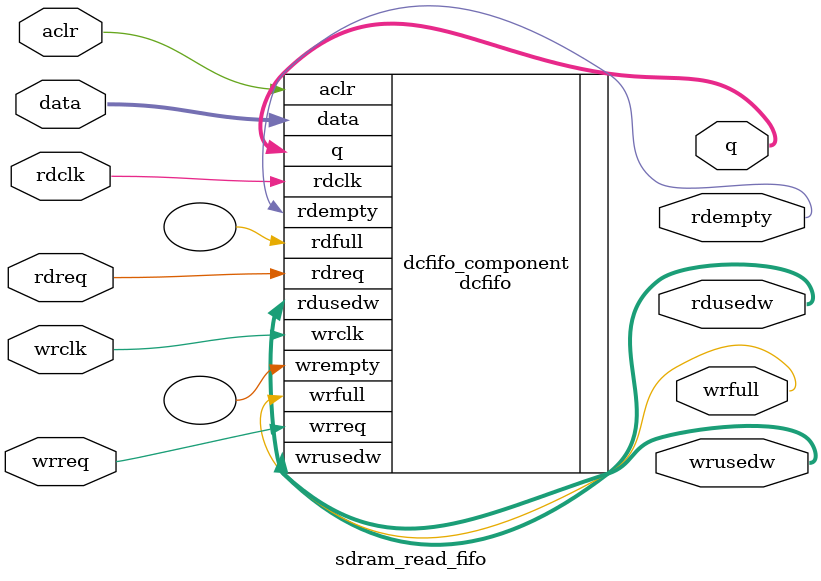
<source format=v>
module sdram_read_fifo (
	input	  				aclr,
	input	 [15:0]  	data,
	input	  				rdclk,
	input	  				rdreq,
	input	  				wrclk,
	input	  				wrreq,
	output [15:0]  	q,
	output	  			rdempty,
	output [5:0]  		rdusedw,
	output	  			wrfull,
	output [5:0]  		wrusedw
	);
	
	dcfifo	dcfifo_component (
				.rdclk 	(rdclk),
				.wrclk 	(wrclk),
				.wrreq 	(wrreq),
				.aclr 	(aclr),
				.data 	(data),
				.rdreq 	(rdreq),
				.wrfull 	(wrfull),
				.q 		(q),
				.rdempty (rdempty),
				.wrusedw (wrusedw),
				.rdusedw (rdusedw),
				.rdfull 	(),
				.wrempty ());
	defparam 
		dcfifo_component.intended_device_family = "Cyclone V",
		dcfifo_component.lpm_numwords = 64,
		dcfifo_component.lpm_showahead = "OFF",
		dcfifo_component.lpm_type = "dcfifo",
		dcfifo_component.lpm_width = 16,
		dcfifo_component.lpm_widthu = 6,
		dcfifo_component.overflow_checking = "OFF",
		dcfifo_component.rdsync_delaypipe = 4,
		dcfifo_component.read_aclr_synch = "OFF",
		dcfifo_component.underflow_checking = "ON",
		dcfifo_component.use_eab = "ON",
		dcfifo_component.write_aclr_synch = "OFF",
		dcfifo_component.wrsync_delaypipe = 4;
endmodule

</source>
